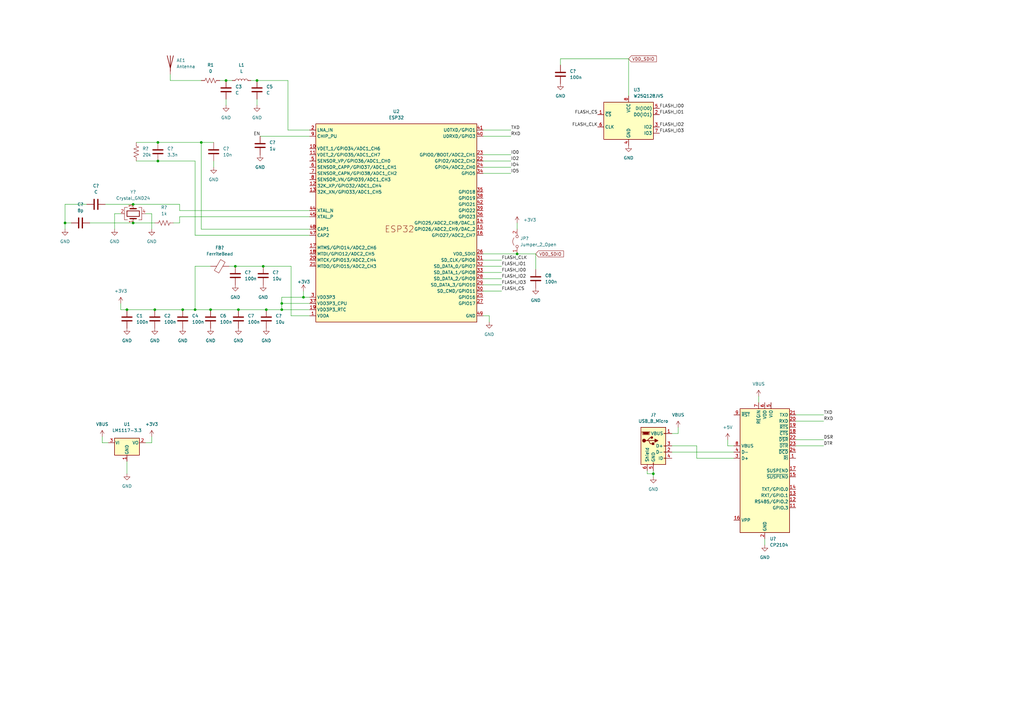
<source format=kicad_sch>
(kicad_sch (version 20211123) (generator eeschema)
  (paper "A3")
  (lib_symbols
    (symbol "Connector:USB_B_Micro" (pin_names (offset 1.016))
      (property "Reference" "J" (at -5.08 11.43 0))
      (property "Value" "USB_B_Micro" (at -5.08 8.89 0))
      (symbol "USB_B_Micro_0_1"
        (rectangle (start -5.08 -7.62) (end 5.08 7.62) (stroke (width 0.254)) (fill (type background)))
        (circle (center -3.81 2.159) (radius 0.635) (stroke (width 0.254)) (fill (type outline)))
        (circle (center -0.635 3.429) (radius 0.381) (stroke (width 0.254)) (fill (type outline)))
        (rectangle (start -0.127 -7.62) (end 0.127 -6.858))
        (polyline (pts (xy -1.905 2.159) (xy 0.635 2.159)) (stroke (width 0.254)))
        (polyline (pts (xy -3.175 2.159) (xy -2.54 2.159) (xy -1.27 3.429) (xy -0.635 3.429)) (stroke (width 0.254)))
        (polyline (pts (xy -2.54 2.159) (xy -1.905 2.159) (xy -1.27 0.889) (xy 0 0.889)) (stroke (width 0.254)))
        (polyline (pts (xy 0.635 2.794) (xy 0.635 1.524) (xy 1.905 2.159) (xy 0.635 2.794)) (stroke (width 0.254)) (fill (type outline)))
        (polyline (pts (xy -4.318 5.588) (xy -1.778 5.588) (xy -2.032 4.826) (xy -4.064 4.826) (xy -4.318 5.588)) (fill (type outline)))
        (polyline (pts (xy -4.699 5.842) (xy -4.699 5.588) (xy -4.445 4.826) (xy -4.445 4.572) (xy -1.651 4.572) (xy -1.651 4.826) (xy -1.397 5.588) (xy -1.397 5.842) (xy -4.699 5.842)))
        (rectangle (start 0.254 1.27) (end -0.508 0.508) (stroke (width 0.254)) (fill (type outline)))
        (rectangle (start 5.08 -5.207) (end 4.318 -4.953))
        (rectangle (start 5.08 -2.667) (end 4.318 -2.413))
        (rectangle (start 5.08 -0.127) (end 4.318 0.127))
        (rectangle (start 5.08 4.953) (end 4.318 5.207))
      )
      (symbol "USB_B_Micro_1_1"
        (pin power_out line (at 7.62 5.08 180) (length 2.54) (name "VBUS") (number "1"))
        (pin bidirectional line (at 7.62 -2.54 180) (length 2.54) (name "D-") (number "2"))
        (pin bidirectional line (at 7.62 0 180) (length 2.54) (name "D+") (number "3"))
        (pin passive line (at 7.62 -5.08 180) (length 2.54) (name "ID") (number "4"))
        (pin power_out line (at 0 -10.16 90) (length 2.54) (name "GND") (number "5"))
        (pin passive line (at -2.54 -10.16 90) (length 2.54) (name "Shield") (number "6"))
      )
    )
    (symbol "Device:Antenna" (pin_numbers hide) (pin_names (offset 1.016) hide)
      (property "Reference" "AE" (at -1.905 1.905 0))
      (property "Value" "Antenna" (at -1.905 0 0))
      (symbol "Antenna_0_1"
        (polyline (pts (xy 0 2.54) (xy 0 -3.81)) (stroke (width 0.254)))
        (polyline (pts (xy 1.27 2.54) (xy 0 -2.54) (xy -1.27 2.54)) (stroke (width 0.254)))
      )
      (symbol "Antenna_1_1"
        (pin input line (at 0 -5.08 90) (length 2.54) (name "A") (number "1"))
      )
    )
    (symbol "Device:C" (pin_numbers hide) (pin_names (offset 0.254))
      (property "Reference" "C" (at 0.635 2.54 0))
      (property "Value" "C" (at 0.635 -2.54 0))
      (symbol "C_0_1"
        (polyline (pts (xy -2.032 -0.762) (xy 2.032 -0.762)) (stroke (width 0.508)))
        (polyline (pts (xy -2.032 0.762) (xy 2.032 0.762)) (stroke (width 0.508)))
      )
      (symbol "C_1_1"
        (pin passive line (at 0 3.81 270) (length 2.794) (name "~") (number "1"))
        (pin passive line (at 0 -3.81 90) (length 2.794) (name "~") (number "2"))
      )
    )
    (symbol "Device:Crystal_GND24" (pin_names (offset 1.016) hide)
      (property "Reference" "Y" (at 3.175 5.08 0))
      (property "Value" "Crystal_GND24" (at 3.175 3.175 0))
      (symbol "Crystal_GND24_0_1"
        (rectangle (start -1.143 2.54) (end 1.143 -2.54) (stroke (width 0.3048)))
        (polyline (pts (xy -2.54 0) (xy -2.032 0)))
        (polyline (pts (xy -2.032 -1.27) (xy -2.032 1.27)) (stroke (width 0.508)))
        (polyline (pts (xy 0 -3.81) (xy 0 -3.556)))
        (polyline (pts (xy 0 3.556) (xy 0 3.81)))
        (polyline (pts (xy 2.032 -1.27) (xy 2.032 1.27)) (stroke (width 0.508)))
        (polyline (pts (xy 2.032 0) (xy 2.54 0)))
        (polyline (pts (xy -2.54 -2.286) (xy -2.54 -3.556) (xy 2.54 -3.556) (xy 2.54 -2.286)))
        (polyline (pts (xy -2.54 2.286) (xy -2.54 3.556) (xy 2.54 3.556) (xy 2.54 2.286)))
      )
      (symbol "Crystal_GND24_1_1"
        (pin passive line (at -3.81 0 0) (length 1.27) (name "1") (number "1"))
        (pin passive line (at 0 5.08 270) (length 1.27) (name "2") (number "2"))
        (pin passive line (at 3.81 0 180) (length 1.27) (name "3") (number "3"))
        (pin passive line (at 0 -5.08 90) (length 1.27) (name "4") (number "4"))
      )
    )
    (symbol "Device:FerriteBead" (pin_numbers hide) (pin_names (offset 0))
      (property "Reference" "FB" (at -3.81 0.635 90))
      (property "Value" "FerriteBead" (at 3.81 0 90))
      (symbol "FerriteBead_0_1"
        (polyline (pts (xy 0 -1.27) (xy 0 -1.2192)))
        (polyline (pts (xy 0 1.27) (xy 0 1.2954)))
        (polyline (pts (xy -2.7686 0.4064) (xy -1.7018 2.2606) (xy 2.7686 -0.3048) (xy 1.6764 -2.159) (xy -2.7686 0.4064)))
      )
      (symbol "FerriteBead_1_1"
        (pin passive line (at 0 3.81 270) (length 2.54) (name "~") (number "1"))
        (pin passive line (at 0 -3.81 90) (length 2.54) (name "~") (number "2"))
      )
    )
    (symbol "Device:L" (pin_numbers hide) (pin_names (offset 1.016) hide)
      (property "Reference" "L" (at -1.27 0 90))
      (property "Value" "L" (at 1.905 0 90))
      (symbol "L_0_1"
        (arc (start 0 -2.54) (mid 0.635 -1.905) (end 0 -1.27))
        (arc (start 0 -1.27) (mid 0.635 -0.635) (end 0 0))
        (arc (start 0 0) (mid 0.635 0.635) (end 0 1.27))
        (arc (start 0 1.27) (mid 0.635 1.905) (end 0 2.54))
      )
      (symbol "L_1_1"
        (pin passive line (at 0 3.81 270) (length 1.27) (name "1") (number "1"))
        (pin passive line (at 0 -3.81 90) (length 1.27) (name "2") (number "2"))
      )
    )
    (symbol "Device:R_US" (pin_numbers hide) (pin_names (offset 0))
      (property "Reference" "R" (at 2.54 0 90))
      (property "Value" "R_US" (at -2.54 0 90))
      (symbol "R_US_0_1"
        (polyline (pts (xy 0 -2.286) (xy 0 -2.54)))
        (polyline (pts (xy 0 2.286) (xy 0 2.54)))
        (polyline (pts (xy 0 -0.762) (xy 1.016 -1.143) (xy 0 -1.524) (xy -1.016 -1.905) (xy 0 -2.286)))
        (polyline (pts (xy 0 0.762) (xy 1.016 0.381) (xy 0 0) (xy -1.016 -0.381) (xy 0 -0.762)))
        (polyline (pts (xy 0 2.286) (xy 1.016 1.905) (xy 0 1.524) (xy -1.016 1.143) (xy 0 0.762)))
      )
      (symbol "R_US_1_1"
        (pin passive line (at 0 3.81 270) (length 1.27) (name "~") (number "1"))
        (pin passive line (at 0 -3.81 90) (length 1.27) (name "~") (number "2"))
      )
    )
    (symbol "ESP32-Repo:ESP32"
      (property "Reference" "U" (at -33.02 45.72 0))
      (property "Value" "ESP32" (at -33.02 43.18 0))
      (symbol "ESP32_0_0"
        (text "ESP32" (at 1.27 -2.54 0) (effects (font (size 2.54 2.54))))
      )
      (symbol "ESP32_0_1"
        (rectangle (start -33.02 40.64) (end 33.02 -40.64) (stroke (width 0.254)) (fill (type background)))
      )
      (symbol "ESP32_1_1"
        (pin power_in line (at -35.56 -38.1 0) (length 2.54) (name "VDDA") (number "1"))
        (pin input line (at -35.56 30.48 0) (length 2.54) (name "VDET_1/GPIO34/ADC1_CH6") (number "10"))
        (pin input line (at -35.56 27.94 0) (length 2.54) (name "VDET_2/GPIO35/ADC1_CH7") (number "11"))
        (pin bidirectional line (at -35.56 15.24 0) (length 2.54) (name "32K_XP/GPIO32/ADC1_CH4") (number "12"))
        (pin bidirectional line (at -35.56 12.7 0) (length 2.54) (name "32K_XN/GPIO33/ADC1_CH5") (number "13"))
        (pin bidirectional line (at 35.56 0 180) (length 2.54) (name "GPIO25/ADC2_CH8/DAC_1") (number "14"))
        (pin bidirectional line (at 35.56 -2.54 180) (length 2.54) (name "GPIO26/ADC2_CH9/DAC_2") (number "15"))
        (pin bidirectional line (at 35.56 -5.08 180) (length 2.54) (name "GPIO27/ADC2_CH7") (number "16"))
        (pin bidirectional line (at -35.56 -10.16 0) (length 2.54) (name "MTMS/GPIO14/ADC2_CH6") (number "17"))
        (pin bidirectional line (at -35.56 -12.7 0) (length 2.54) (name "MTDI/GPIO12/ADC2_CH5") (number "18"))
        (pin power_in line (at -35.56 -35.56 0) (length 2.54) (name "VDD3P3_RTC") (number "19"))
        (pin bidirectional line (at -35.56 38.1 0) (length 2.54) (name "LNA_IN") (number "2"))
        (pin bidirectional line (at -35.56 -15.24 0) (length 2.54) (name "MTCK/GPIO13/ADC2_CH4") (number "20"))
        (pin bidirectional line (at -35.56 -17.78 0) (length 2.54) (name "MTDO/GPIO15/ADC2_CH3") (number "21"))
        (pin bidirectional line (at 35.56 25.4 180) (length 2.54) (name "GPIO2/ADC2_CH2") (number "22"))
        (pin bidirectional line (at 35.56 27.94 180) (length 2.54) (name "GPIO0/BOOT/ADC2_CH1") (number "23"))
        (pin bidirectional line (at 35.56 22.86 180) (length 2.54) (name "GPIO4/ADC2_CH0") (number "24"))
        (pin bidirectional line (at 35.56 -30.48 180) (length 2.54) (name "GPIO16") (number "25"))
        (pin power_out line (at 35.56 -12.7 180) (length 2.54) (name "VDD_SDIO") (number "26"))
        (pin bidirectional line (at 35.56 -33.02 180) (length 2.54) (name "GPIO17") (number "27"))
        (pin bidirectional line (at 35.56 -22.86 180) (length 2.54) (name "SD_DATA_2/GPIO9") (number "28"))
        (pin bidirectional line (at 35.56 -25.4 180) (length 2.54) (name "SD_DATA_3/GPIO10") (number "29"))
        (pin power_in line (at -35.56 -30.48 0) (length 2.54) (name "VDD3P3") (number "3"))
        (pin bidirectional line (at 35.56 -27.94 180) (length 2.54) (name "SD_CMD/GPIO11") (number "30"))
        (pin bidirectional line (at 35.56 -15.24 180) (length 2.54) (name "SD_CLK/GPIO6") (number "31"))
        (pin bidirectional line (at 35.56 -17.78 180) (length 2.54) (name "SD_DATA_0/GPIO7") (number "32"))
        (pin bidirectional line (at 35.56 -20.32 180) (length 2.54) (name "SD_DATA_1/GPIO8") (number "33"))
        (pin bidirectional line (at 35.56 20.32 180) (length 2.54) (name "GPIO5") (number "34"))
        (pin bidirectional line (at 35.56 12.7 180) (length 2.54) (name "GPIO18") (number "35"))
        (pin bidirectional line (at 35.56 2.54 180) (length 2.54) (name "GPIO23") (number "36"))
        (pin power_in line (at -35.56 -33.02 0) (length 2.54) (name "VDD3P3_CPU") (number "37"))
        (pin bidirectional line (at 35.56 10.16 180) (length 2.54) (name "GPIO19") (number "38"))
        (pin bidirectional line (at 35.56 5.08 180) (length 2.54) (name "GPIO22") (number "39"))
        (pin passive line (at -35.56 -30.48 0) (length 2.54) hide (name "VDD3P3") (number "4"))
        (pin bidirectional line (at 35.56 35.56 180) (length 2.54) (name "U0RXD/GPIO3") (number "40"))
        (pin bidirectional line (at 35.56 38.1 180) (length 2.54) (name "U0TXD/GPIO1") (number "41"))
        (pin bidirectional line (at 35.56 7.62 180) (length 2.54) (name "GPIO21") (number "42"))
        (pin passive line (at -35.56 -38.1 0) (length 2.54) hide (name "VDDA") (number "43"))
        (pin output line (at -35.56 5.08 0) (length 2.54) (name "XTAL_N") (number "44"))
        (pin input line (at -35.56 2.54 0) (length 2.54) (name "XTAL_P") (number "45"))
        (pin passive line (at -35.56 -38.1 0) (length 2.54) hide (name "VDDA") (number "46"))
        (pin input line (at -35.56 -5.08 0) (length 2.54) (name "CAP2") (number "47"))
        (pin input line (at -35.56 -2.54 0) (length 2.54) (name "CAP1") (number "48"))
        (pin power_in line (at 35.56 -38.1 180) (length 2.54) (name "GND") (number "49"))
        (pin input line (at -35.56 25.4 0) (length 2.54) (name "SENSOR_VP/GPIO36/ADC1_CH0") (number "5"))
        (pin input line (at -35.56 22.86 0) (length 2.54) (name "SENSOR_CAPP/GPIO37/ADC1_CH1") (number "6"))
        (pin input line (at -35.56 20.32 0) (length 2.54) (name "SENSOR_CAPN/GPIO38/ADC1_CH2") (number "7"))
        (pin input line (at -35.56 17.78 0) (length 2.54) (name "SENSOR_VN/GPIO39/ADC1_CH3") (number "8"))
        (pin input line (at -35.56 35.56 0) (length 2.54) (name "CHIP_PU") (number "9"))
      )
    )
    (symbol "Interface_USB:CP2104"
      (property "Reference" "U" (at -5.08 28.575 0))
      (property "Value" "CP2104" (at -5.08 26.67 0))
      (symbol "CP2104_1_1"
        (rectangle (start -10.16 25.4) (end 10.16 -25.4) (stroke (width 0.254)) (fill (type background)))
        (pin input line (at 12.7 5.08 180) (length 2.54) (name "~{RI}") (number "1"))
        (pin no_connect line (at 10.16 -20.32 180) (length 2.54) hide (name "NC") (number "10"))
        (pin bidirectional line (at 12.7 -15.24 180) (length 2.54) (name "GPIO.3") (number "11"))
        (pin bidirectional line (at 12.7 -12.7 180) (length 2.54) (name "RS485/GPIO.2") (number "12"))
        (pin bidirectional line (at 12.7 -10.16 180) (length 2.54) (name "RXT/GPIO.1") (number "13"))
        (pin bidirectional line (at 12.7 -7.62 180) (length 2.54) (name "TXT/GPIO.0") (number "14"))
        (pin output line (at 12.7 -2.54 180) (length 2.54) (name "~{SUSPEND}") (number "15"))
        (pin passive line (at -12.7 -20.32 0) (length 2.54) (name "VPP") (number "16"))
        (pin output line (at 12.7 0 180) (length 2.54) (name "SUSPEND") (number "17"))
        (pin input line (at 12.7 15.24 180) (length 2.54) (name "~{CTS}") (number "18"))
        (pin output line (at 12.7 17.78 180) (length 2.54) (name "~{RTS}") (number "19"))
        (pin power_in line (at 0 -27.94 90) (length 2.54) (name "GND") (number "2"))
        (pin input line (at 12.7 20.32 180) (length 2.54) (name "RXD") (number "20"))
        (pin output line (at 12.7 22.86 180) (length 2.54) (name "TXD") (number "21"))
        (pin input line (at 12.7 12.7 180) (length 2.54) (name "~{DSR}") (number "22"))
        (pin output line (at 12.7 10.16 180) (length 2.54) (name "~{DTR}") (number "23"))
        (pin input line (at 12.7 7.62 180) (length 2.54) (name "~{DCD}") (number "24"))
        (pin passive line (at 0 -27.94 90) (length 2.54) hide (name "GND") (number "25"))
        (pin bidirectional line (at -12.7 5.08 0) (length 2.54) (name "D+") (number "3"))
        (pin bidirectional line (at -12.7 7.62 0) (length 2.54) (name "D-") (number "4"))
        (pin power_in line (at 2.54 27.94 270) (length 2.54) (name "VIO") (number "5"))
        (pin power_in line (at 0 27.94 270) (length 2.54) (name "VDD") (number "6"))
        (pin power_in line (at -2.54 27.94 270) (length 2.54) (name "REGIN") (number "7"))
        (pin input line (at -12.7 10.16 0) (length 2.54) (name "VBUS") (number "8"))
        (pin bidirectional line (at -12.7 22.86 0) (length 2.54) (name "~{RST}") (number "9"))
      )
    )
    (symbol "Jumper:Jumper_2_Open" (pin_names (offset 0) hide)
      (property "Reference" "JP" (at 0 2.794 0))
      (property "Value" "Jumper_2_Open" (at 0 -2.286 0))
      (symbol "Jumper_2_Open_0_0"
        (circle (center -2.032 0) (radius 0.508))
        (circle (center 2.032 0) (radius 0.508))
      )
      (symbol "Jumper_2_Open_0_1"
        (arc (start 1.524 1.27) (mid 0 1.778) (end -1.524 1.27))
      )
      (symbol "Jumper_2_Open_1_1"
        (pin passive line (at -5.08 0 0) (length 2.54) (name "A") (number "1"))
        (pin passive line (at 5.08 0 180) (length 2.54) (name "B") (number "2"))
      )
    )
    (symbol "Memory_Flash:W25Q128JVS"
      (property "Reference" "U" (at -8.89 8.89 0))
      (property "Value" "W25Q128JVS" (at 7.62 8.89 0))
      (symbol "W25Q128JVS_0_1"
        (rectangle (start -10.16 7.62) (end 10.16 -7.62) (stroke (width 0.254)) (fill (type background)))
      )
      (symbol "W25Q128JVS_1_1"
        (pin input line (at -12.7 2.54 0) (length 2.54) (name "~{CS}") (number "1"))
        (pin bidirectional line (at 12.7 2.54 180) (length 2.54) (name "DO(IO1)") (number "2"))
        (pin bidirectional line (at 12.7 -2.54 180) (length 2.54) (name "IO2") (number "3"))
        (pin power_in line (at 0 -10.16 90) (length 2.54) (name "GND") (number "4"))
        (pin bidirectional line (at 12.7 5.08 180) (length 2.54) (name "DI(IO0)") (number "5"))
        (pin input line (at -12.7 -2.54 0) (length 2.54) (name "CLK") (number "6"))
        (pin bidirectional line (at 12.7 -5.08 180) (length 2.54) (name "IO3") (number "7"))
        (pin power_in line (at 0 10.16 270) (length 2.54) (name "VCC") (number "8"))
      )
    )
    (symbol "Regulator_Linear:LM1117-3.3" (pin_names (offset 0.254))
      (property "Reference" "U" (at -3.81 3.175 0))
      (property "Value" "LM1117-3.3" (at 0 3.175 0))
      (symbol "LM1117-3.3_0_1"
        (rectangle (start -5.08 -5.08) (end 5.08 1.905) (stroke (width 0.254)) (fill (type background)))
      )
      (symbol "LM1117-3.3_1_1"
        (pin power_in line (at 0 -7.62 90) (length 2.54) (name "GND") (number "1"))
        (pin power_out line (at 7.62 0 180) (length 2.54) (name "VO") (number "2"))
        (pin power_in line (at -7.62 0 0) (length 2.54) (name "VI") (number "3"))
      )
    )
    (symbol "power:+3V3" (power) (pin_names (offset 0))
      (property "Value" "+3V3" (at 0 3.556 0))
      (symbol "+3V3_0_1"
        (polyline (pts (xy -0.762 1.27) (xy 0 2.54)))
        (polyline (pts (xy 0 0) (xy 0 2.54)))
        (polyline (pts (xy 0 2.54) (xy 0.762 1.27)))
      )
      (symbol "+3V3_1_1"
        (pin power_in line (at 0 0 90) (length 0) hide (name "+3V3") (number "1"))
      )
    )
    (symbol "power:+5V" (power) (pin_names (offset 0))
      (property "Value" "+5V" (at 0 3.556 0))
      (symbol "+5V_0_1"
        (polyline (pts (xy -0.762 1.27) (xy 0 2.54)))
        (polyline (pts (xy 0 0) (xy 0 2.54)))
        (polyline (pts (xy 0 2.54) (xy 0.762 1.27)))
      )
      (symbol "+5V_1_1"
        (pin power_in line (at 0 0 90) (length 0) hide (name "+5V") (number "1"))
      )
    )
    (symbol "power:GND" (power) (pin_names (offset 0))
      (property "Value" "GND" (at 0 -3.81 0))
      (symbol "GND_0_1"
        (polyline (pts (xy 0 0) (xy 0 -1.27) (xy 1.27 -1.27) (xy 0 -2.54) (xy -1.27 -1.27) (xy 0 -1.27)))
      )
      (symbol "GND_1_1"
        (pin power_in line (at 0 0 270) (length 0) hide (name "GND") (number "1"))
      )
    )
    (symbol "power:VBUS" (power) (pin_names (offset 0))
      (property "Value" "VBUS" (at 0 3.81 0))
      (symbol "VBUS_0_1"
        (polyline (pts (xy -0.762 1.27) (xy 0 2.54)))
        (polyline (pts (xy 0 0) (xy 0 2.54)))
        (polyline (pts (xy 0 2.54) (xy 0.762 1.27)))
      )
      (symbol "VBUS_1_1"
        (pin power_in line (at 0 0 90) (length 0) hide (name "VBUS") (number "1"))
      )
    )
  )
  (junction (at 54.61 83.82))
  (junction (at 124.46 121.92))
  (junction (at 115.57 124.46))
  (junction (at 107.95 109.22))
  (junction (at 96.52 109.22))
  (junction (at 54.61 91.44))
  (junction (at 267.97 194.31))
  (junction (at 92.71 33.02))
  (junction (at 80.01 127))
  (junction (at 105.41 33.02))
  (junction (at 64.77 58.42))
  (junction (at 82.55 58.42))
  (junction (at 97.79 127))
  (junction (at 26.67 91.44))
  (junction (at 63.5 127))
  (junction (at 74.93 127))
  (junction (at 64.77 66.04))
  (junction (at 86.36 127))
  (junction (at 115.57 127))
  (junction (at 212.09 104.14))
  (junction (at 52.07 127))
  (junction (at 109.22 127))
  (wire (pts (xy 71.12 91.44) (xy 73.66 91.44)))
  (wire (pts (xy 73.66 86.36) (xy 73.66 83.82)))
  (wire (pts (xy 115.57 121.92) (xy 115.57 124.46)))
  (wire (pts (xy 73.66 91.44) (xy 73.66 88.9)))
  (wire (pts (xy 46.99 87.63) (xy 46.99 93.98)))
  (wire (pts (xy 205.74 116.84) (xy 198.12 116.84)))
  (wire (pts (xy 127 53.34) (xy 118.11 53.34)))
  (wire (pts (xy 119.38 129.54) (xy 119.38 109.22)))
  (wire (pts (xy 205.74 114.3) (xy 198.12 114.3)))
  (wire (pts (xy 26.67 93.98) (xy 26.67 91.44)))
  (wire (pts (xy 298.45 182.88) (xy 300.99 182.88)))
  (wire (pts (xy 106.68 55.88) (xy 127 55.88)))
  (wire (pts (xy 209.55 66.04) (xy 198.12 66.04)))
  (wire (pts (xy 337.82 170.18) (xy 326.39 170.18)))
  (wire (pts (xy 200.66 129.54) (xy 198.12 129.54)))
  (wire (pts (xy 212.09 91.44) (xy 212.09 93.98)))
  (wire (pts (xy 337.82 182.88) (xy 326.39 182.88)))
  (wire (pts (xy 127 96.52) (xy 80.01 96.52)))
  (wire (pts (xy 80.01 96.52) (xy 80.01 66.04)))
  (wire (pts (xy 209.55 53.34) (xy 198.12 53.34)))
  (wire (pts (xy 209.55 55.88) (xy 198.12 55.88)))
  (wire (pts (xy 54.61 91.44) (xy 63.5 91.44)))
  (wire (pts (xy 209.55 71.12) (xy 198.12 71.12)))
  (wire (pts (xy 278.13 175.26) (xy 278.13 177.8)))
  (wire (pts (xy 26.67 83.82) (xy 26.67 91.44)))
  (wire (pts (xy 49.53 127) (xy 52.07 127)))
  (wire (pts (xy 200.66 132.08) (xy 200.66 129.54)))
  (wire (pts (xy 285.75 187.96) (xy 300.99 187.96)))
  (wire (pts (xy 35.56 83.82) (xy 26.67 83.82)))
  (wire (pts (xy 82.55 93.98) (xy 82.55 58.42)))
  (wire (pts (xy 209.55 68.58) (xy 198.12 68.58)))
  (wire (pts (xy 87.63 68.58) (xy 87.63 66.04)))
  (wire (pts (xy 265.43 193.04) (xy 265.43 194.31)))
  (wire (pts (xy 73.66 88.9) (xy 127 88.9)))
  (wire (pts (xy 62.23 179.07) (xy 62.23 181.61)))
  (wire (pts (xy 119.38 129.54) (xy 127 129.54)))
  (wire (pts (xy 267.97 194.31) (xy 267.97 195.58)))
  (wire (pts (xy 62.23 181.61) (xy 59.69 181.61)))
  (wire (pts (xy 102.87 33.02) (xy 105.41 33.02)))
  (wire (pts (xy 80.01 127) (xy 86.36 127)))
  (wire (pts (xy 285.75 182.88) (xy 285.75 187.96)))
  (wire (pts (xy 337.82 180.34) (xy 326.39 180.34)))
  (wire (pts (xy 64.77 58.42) (xy 82.55 58.42)))
  (wire (pts (xy 62.23 93.98) (xy 62.23 87.63)))
  (wire (pts (xy 64.77 66.04) (xy 80.01 66.04)))
  (wire (pts (xy 205.74 109.22) (xy 198.12 109.22)))
  (wire (pts (xy 69.85 33.02) (xy 82.55 33.02)))
  (wire (pts (xy 97.79 127) (xy 109.22 127)))
  (wire (pts (xy 205.74 111.76) (xy 198.12 111.76)))
  (wire (pts (xy 41.91 179.07) (xy 41.91 181.61)))
  (wire (pts (xy 69.85 30.48) (xy 69.85 33.02)))
  (wire (pts (xy 52.07 127) (xy 63.5 127)))
  (wire (pts (xy 337.82 172.72) (xy 326.39 172.72)))
  (wire (pts (xy 105.41 33.02) (xy 118.11 33.02)))
  (wire (pts (xy 86.36 127) (xy 97.79 127)))
  (wire (pts (xy 73.66 83.82) (xy 54.61 83.82)))
  (wire (pts (xy 63.5 127) (xy 74.93 127)))
  (wire (pts (xy 41.91 181.61) (xy 44.45 181.61)))
  (wire (pts (xy 49.53 124.46) (xy 49.53 127)))
  (wire (pts (xy 127 93.98) (xy 82.55 93.98)))
  (wire (pts (xy 124.46 121.92) (xy 127 121.92)))
  (wire (pts (xy 205.74 106.68) (xy 198.12 106.68)))
  (wire (pts (xy 74.93 127) (xy 80.01 127)))
  (wire (pts (xy 52.07 189.23) (xy 52.07 194.31)))
  (wire (pts (xy 229.87 26.67) (xy 229.87 24.13)))
  (wire (pts (xy 298.45 180.34) (xy 298.45 182.88)))
  (wire (pts (xy 96.52 109.22) (xy 107.95 109.22)))
  (wire (pts (xy 219.71 104.14) (xy 219.71 110.49)))
  (wire (pts (xy 82.55 58.42) (xy 87.63 58.42)))
  (wire (pts (xy 26.67 91.44) (xy 29.21 91.44)))
  (wire (pts (xy 278.13 177.8) (xy 275.59 177.8)))
  (wire (pts (xy 265.43 194.31) (xy 267.97 194.31)))
  (wire (pts (xy 115.57 124.46) (xy 127 124.46)))
  (wire (pts (xy 313.69 220.98) (xy 313.69 223.52)))
  (wire (pts (xy 209.55 63.5) (xy 198.12 63.5)))
  (wire (pts (xy 55.88 58.42) (xy 64.77 58.42)))
  (wire (pts (xy 229.87 24.13) (xy 257.81 24.13)))
  (wire (pts (xy 49.53 87.63) (xy 46.99 87.63)))
  (wire (pts (xy 55.88 66.04) (xy 64.77 66.04)))
  (wire (pts (xy 311.15 162.56) (xy 311.15 165.1)))
  (wire (pts (xy 93.98 109.22) (xy 96.52 109.22)))
  (wire (pts (xy 109.22 127) (xy 115.57 127)))
  (wire (pts (xy 275.59 182.88) (xy 285.75 182.88)))
  (wire (pts (xy 257.81 24.13) (xy 257.81 39.37)))
  (wire (pts (xy 90.17 33.02) (xy 92.71 33.02)))
  (wire (pts (xy 86.36 109.22) (xy 80.01 109.22)))
  (wire (pts (xy 115.57 124.46) (xy 115.57 127)))
  (wire (pts (xy 80.01 109.22) (xy 80.01 127)))
  (wire (pts (xy 198.12 104.14) (xy 212.09 104.14)))
  (wire (pts (xy 107.95 109.22) (xy 119.38 109.22)))
  (wire (pts (xy 105.41 40.64) (xy 105.41 43.18)))
  (wire (pts (xy 115.57 121.92) (xy 124.46 121.92)))
  (wire (pts (xy 92.71 33.02) (xy 95.25 33.02)))
  (wire (pts (xy 212.09 104.14) (xy 219.71 104.14)))
  (wire (pts (xy 115.57 127) (xy 127 127)))
  (wire (pts (xy 73.66 86.36) (xy 127 86.36)))
  (wire (pts (xy 118.11 53.34) (xy 118.11 33.02)))
  (wire (pts (xy 36.83 91.44) (xy 54.61 91.44)))
  (wire (pts (xy 205.74 119.38) (xy 198.12 119.38)))
  (wire (pts (xy 267.97 193.04) (xy 267.97 194.31)))
  (wire (pts (xy 124.46 119.38) (xy 124.46 121.92)))
  (wire (pts (xy 62.23 87.63) (xy 59.69 87.63)))
  (wire (pts (xy 275.59 185.42) (xy 300.99 185.42)))
  (wire (pts (xy 43.18 83.82) (xy 54.61 83.82)))
  (wire (pts (xy 92.71 40.64) (xy 92.71 43.18)))
  (label "FLASH_CLK" (at 205.74 106.68 0))
  (label "FLASH_CS" (at 205.74 119.38 0))
  (label "TXD" (at 209.55 53.34 0))
  (label "EN" (at 106.68 55.88 180))
  (label "IO5" (at 209.55 71.12 0))
  (label "FLASH_CLK" (at 245.11 52.07 180))
  (label "FLASH_IO3" (at 270.51 54.61 0))
  (label "IO0" (at 209.55 63.5 0))
  (label "FLASH_IO1" (at 270.51 46.99 0))
  (label "TXD" (at 337.82 170.18 0))
  (label "FLASH_IO2" (at 270.51 52.07 0))
  (label "FLASH_IO3" (at 205.74 116.84 0))
  (label "IO2" (at 209.55 66.04 0))
  (label "FLASH_IO0" (at 270.51 44.45 0))
  (label "FLASH_IO2" (at 205.74 114.3 0))
  (label "FLASH_IO1" (at 205.74 109.22 0))
  (label "RXD" (at 209.55 55.88 0))
  (label "IO4" (at 209.55 68.58 0))
  (label "FLASH_IO0" (at 205.74 111.76 0))
  (label "DTR" (at 337.82 182.88 0))
  (label "RXD" (at 337.82 172.72 0))
  (label "DSR" (at 337.82 180.34 0))
  (label "FLASH_CS" (at 245.11 46.99 180))
  (global_label "VDD_SDIO" (shape input) (at 257.81 24.13 0) (property "Intersheet References" "${INTERSHEET_REFS}" (effects hide)))
  (global_label "VDD_SDIO" (shape input) (at 219.71 104.14 0) (property "Intersheet References" "${INTERSHEET_REFS}" (effects hide)))
  (symbol (lib_id "power:GND") (at 106.68 63.5 0) (unit 1)
    (property "Reference" "#PWR?" (effects hide))
    (property "Value" "GND" (at 106.68 68.58 0))
  )
  (symbol (lib_id "ESP32-Repo:ESP32") (at 162.56 91.44 0) (unit 1)
    (property "Reference" "U2" (at 162.56 45.72 0))
    (property "Value" "ESP32" (at 162.56 48.26 0))
    (property "Footprint" "Package_DFN_QFN:QFN-48-1EP_5x5mm_P0.35mm_EP3.7x3.7mm" (effects hide))
    (property "Datasheet" "https://www.espressif.com/sites/default/files/documentation/esp32_datasheet_en.pdf" (effects hide))
    (property "MPN" "ESP32-D0WD-V3" (effects hide))
  )
  (symbol (lib_id "Jumper:Jumper_2_Open") (at 212.09 99.06 90) (unit 1)
    (property "Reference" "JP?" (at 213.36 97.7899 90) (effects (justify right)))
    (property "Value" "Jumper_2_Open" (at 213.36 100.3299 90) (effects (justify right)))
    (property "Footprint" "Jumper:SolderJumper-2_P1.3mm_Open_RoundedPad1.0x1.5mm" (effects hide))
  )
  (symbol (lib_id "power:+3V3") (at 124.46 119.38 0) (unit 1)
    (property "Reference" "#PWR0110" (effects hide))
    (property "Value" "+3V3" (at 121.92 115.57 0) (effects (justify left)))
  )
  (symbol (lib_id "power:GND") (at 313.69 223.52 0) (unit 1)
    (property "Reference" "#PWR?" (effects hide))
    (property "Value" "GND" (at 313.69 228.6 0))
  )
  (symbol (lib_id "power:+3V3") (at 62.23 179.07 0) (unit 1)
    (property "Reference" "#PWR0108" (effects hide))
    (property "Value" "+3V3" (at 62.23 173.99 0))
  )
  (symbol (lib_id "power:GND") (at 86.36 134.62 0) (unit 1)
    (property "Reference" "#PWR0105" (effects hide))
    (property "Value" "GND" (at 86.36 139.7 0))
  )
  (symbol (lib_id "power:VBUS") (at 41.91 179.07 0) (unit 1)
    (property "Reference" "#PWR0107" (effects hide))
    (property "Value" "VBUS" (at 41.91 173.99 0))
  )
  (symbol (lib_id "Device:C") (at 229.87 30.48 0) (unit 1)
    (property "Reference" "C?" (at 233.68 29.2099 0) (effects (justify left)))
    (property "Value" "100n" (at 233.68 31.7499 0) (effects (justify left)))
    (property "Footprint" "Capacitor_SMD:C_0805_2012Metric" (effects hide))
  )
  (symbol (lib_id "power:GND") (at 62.23 93.98 0) (unit 1)
    (property "Reference" "#PWR?" (effects hide))
    (property "Value" "GND" (at 62.23 99.06 0))
  )
  (symbol (lib_id "Memory_Flash:W25Q128JVS") (at 257.81 49.53 0) (unit 1)
    (property "Reference" "U3" (at 259.8294 36.83 0) (effects (justify left)))
    (property "Value" "W25Q128JVS" (at 259.8294 39.37 0) (effects (justify left)))
    (property "Footprint" "Package_SO:SOIC-8_5.23x5.23mm_P1.27mm" (effects hide))
    (property "Datasheet" "http://www.winbond.com/resource-files/w25q128jv_dtr%20revc%2003272018%20plus.pdf" (effects hide))
    (property "MPN" "W25Q128JVSIQ" (effects hide))
  )
  (symbol (lib_id "power:GND") (at 219.71 118.11 0) (unit 1)
    (property "Reference" "#PWR0115" (effects hide))
    (property "Value" "GND" (at 219.71 123.19 0))
  )
  (symbol (lib_id "Device:L") (at 99.06 33.02 90) (unit 1)
    (property "Reference" "L1" (at 99.06 26.67 90))
    (property "Value" "L" (at 99.06 29.21 90))
  )
  (symbol (lib_id "Device:C") (at 219.71 114.3 0) (unit 1)
    (property "Reference" "C8" (at 223.52 113.0299 0) (effects (justify left)))
    (property "Value" "100n" (at 223.52 115.5699 0) (effects (justify left)))
    (property "Footprint" "Capacitor_SMD:C_0805_2012Metric" (effects hide))
  )
  (symbol (lib_id "Device:C") (at 105.41 36.83 0) (unit 1)
    (property "Reference" "C5" (at 109.22 35.5599 0) (effects (justify left)))
    (property "Value" "C" (at 109.22 38.0999 0) (effects (justify left)))
  )
  (symbol (lib_id "power:GND") (at 63.5 134.62 0) (unit 1)
    (property "Reference" "#PWR0102" (effects hide))
    (property "Value" "GND" (at 63.5 139.7 0))
  )
  (symbol (lib_id "power:GND") (at 107.95 116.84 0) (unit 1)
    (property "Reference" "#PWR?" (effects hide))
    (property "Value" "GND" (at 107.95 121.92 0))
  )
  (symbol (lib_id "Device:C") (at 39.37 83.82 90) (unit 1)
    (property "Reference" "C?" (at 39.37 76.2 90))
    (property "Value" "C" (at 39.37 78.74 90))
    (property "Footprint" "Capacitor_SMD:C_0805_2012Metric" (effects hide))
  )
  (symbol (lib_id "power:GND") (at 74.93 134.62 0) (unit 1)
    (property "Reference" "#PWR0103" (effects hide))
    (property "Value" "GND" (at 74.93 139.7 0))
  )
  (symbol (lib_id "Device:R_US") (at 86.36 33.02 90) (unit 1)
    (property "Reference" "R1" (at 86.36 26.67 90))
    (property "Value" "0" (at 86.36 29.21 90))
    (property "Footprint" "Resistor_SMD:R_0805_2012Metric" (effects hide))
  )
  (symbol (lib_id "power:GND") (at 46.99 93.98 0) (unit 1)
    (property "Reference" "#PWR?" (effects hide))
    (property "Value" "GND" (at 46.99 99.06 0))
  )
  (symbol (lib_id "Device:C") (at 33.02 91.44 90) (unit 1)
    (property "Reference" "C?" (at 33.02 83.82 90))
    (property "Value" "8p" (at 33.02 86.36 90))
    (property "Footprint" "Capacitor_SMD:C_0805_2012Metric" (effects hide))
  )
  (symbol (lib_id "power:GND") (at 52.07 134.62 0) (unit 1)
    (property "Reference" "#PWR0104" (effects hide))
    (property "Value" "GND" (at 52.07 139.7 0))
  )
  (symbol (lib_id "Device:C") (at 74.93 130.81 0) (unit 1)
    (property "Reference" "C4" (at 78.74 129.5399 0) (effects (justify left)))
    (property "Value" "100n" (at 78.74 132.0799 0) (effects (justify left)))
    (property "Footprint" "Capacitor_SMD:C_0805_2012Metric" (effects hide))
  )
  (symbol (lib_id "power:+5V") (at 298.45 180.34 0) (unit 1)
    (property "Reference" "#PWR?" (effects hide))
    (property "Value" "+5V" (at 298.45 175.26 0))
  )
  (symbol (lib_id "power:GND") (at 267.97 195.58 0) (unit 1)
    (property "Reference" "#PWR?" (effects hide))
    (property "Value" "GND" (at 267.97 200.66 0))
  )
  (symbol (lib_id "power:GND") (at 87.63 68.58 0) (unit 1)
    (property "Reference" "#PWR?" (effects hide))
    (property "Value" "GND" (at 87.63 73.66 0))
  )
  (symbol (lib_id "Device:R_US") (at 67.31 91.44 90) (unit 1)
    (property "Reference" "R?" (at 67.31 85.09 90))
    (property "Value" "1k" (at 67.31 87.63 90))
    (property "Footprint" "Resistor_SMD:R_0805_2012Metric" (effects hide))
  )
  (symbol (lib_id "Device:C") (at 86.36 130.81 0) (unit 1)
    (property "Reference" "C6" (at 90.17 129.5399 0) (effects (justify left)))
    (property "Value" "100n" (at 90.17 132.0799 0) (effects (justify left)))
    (property "Footprint" "Capacitor_SMD:C_0805_2012Metric" (effects hide))
  )
  (symbol (lib_id "Device:FerriteBead") (at 90.17 109.22 90) (unit 1)
    (property "Reference" "FB?" (at 90.1192 101.6 90))
    (property "Value" "FerriteBead" (at 90.1192 104.14 90))
    (property "Footprint" "Resistor_SMD:R_0805_2012Metric" (effects hide))
  )
  (symbol (lib_id "power:GND") (at 52.07 194.31 0) (unit 1)
    (property "Reference" "#PWR0109" (effects hide))
    (property "Value" "GND" (at 52.07 199.39 0))
  )
  (symbol (lib_id "Device:C") (at 87.63 62.23 0) (unit 1)
    (property "Reference" "C?" (at 91.44 60.9599 0) (effects (justify left)))
    (property "Value" "10n" (at 91.44 63.4999 0) (effects (justify left)))
    (property "Footprint" "Capacitor_SMD:C_0805_2012Metric" (effects hide))
  )
  (symbol (lib_id "Regulator_Linear:LM1117-3.3") (at 52.07 181.61 0) (unit 1)
    (property "Reference" "U1" (at 52.07 173.99 0))
    (property "Value" "LM1117-3.3" (at 52.07 176.53 0))
    (property "Datasheet" "http://www.ti.com/lit/ds/symlink/lm1117.pdf" (effects hide))
  )
  (symbol (lib_id "power:GND") (at 97.79 134.62 0) (unit 1)
    (property "Reference" "#PWR0106" (effects hide))
    (property "Value" "GND" (at 97.79 139.7 0))
  )
  (symbol (lib_id "Device:C") (at 92.71 36.83 0) (unit 1)
    (property "Reference" "C3" (at 96.52 35.5599 0) (effects (justify left)))
    (property "Value" "C" (at 96.52 38.0999 0) (effects (justify left)))
  )
  (symbol (lib_id "Device:C") (at 96.52 113.03 0) (unit 1)
    (property "Reference" "C?" (at 100.33 111.7599 0) (effects (justify left)))
    (property "Value" "100n" (at 100.33 114.2999 0) (effects (justify left)))
    (property "Footprint" "Capacitor_SMD:C_0805_2012Metric" (effects hide))
  )
  (symbol (lib_id "Device:C") (at 52.07 130.81 0) (unit 1)
    (property "Reference" "C1" (at 55.88 129.5399 0) (effects (justify left)))
    (property "Value" "100n" (at 55.88 132.0799 0) (effects (justify left)))
    (property "Footprint" "Capacitor_SMD:C_0805_2012Metric" (effects hide))
  )
  (symbol (lib_id "Device:Antenna") (at 69.85 25.4 0) (unit 1)
    (property "Reference" "AE1" (at 72.39 24.7649 0) (effects (justify left)))
    (property "Value" "Antenna" (at 72.39 27.3049 0) (effects (justify left)))
  )
  (symbol (lib_id "power:GND") (at 229.87 34.29 0) (unit 1)
    (property "Reference" "#PWR?" (effects hide))
    (property "Value" "GND" (at 229.87 39.37 0))
  )
  (symbol (lib_id "Device:C") (at 97.79 130.81 0) (unit 1)
    (property "Reference" "C7" (at 101.6 129.5399 0) (effects (justify left)))
    (property "Value" "100n" (at 101.6 132.0799 0) (effects (justify left)))
    (property "Footprint" "Capacitor_SMD:C_0805_2012Metric" (effects hide))
  )
  (symbol (lib_id "power:GND") (at 109.22 134.62 0) (unit 1)
    (property "Reference" "#PWR?" (effects hide))
    (property "Value" "GND" (at 109.22 139.7 0))
  )
  (symbol (lib_id "Device:C") (at 107.95 113.03 0) (unit 1)
    (property "Reference" "C?" (at 111.76 111.7599 0) (effects (justify left)))
    (property "Value" "10u" (at 111.76 114.2999 0) (effects (justify left)))
    (property "Footprint" "Capacitor_SMD:C_1206_3216Metric" (effects hide))
  )
  (symbol (lib_id "Device:C") (at 109.22 130.81 0) (unit 1)
    (property "Reference" "C?" (at 113.03 129.5399 0) (effects (justify left)))
    (property "Value" "10u" (at 113.03 132.0799 0) (effects (justify left)))
    (property "Footprint" "Capacitor_SMD:C_1206_3216Metric" (effects hide))
  )
  (symbol (lib_id "power:GND") (at 92.71 43.18 0) (unit 1)
    (property "Reference" "#PWR?" (effects hide))
    (property "Value" "GND" (at 92.71 48.26 0))
  )
  (symbol (lib_id "power:GND") (at 96.52 116.84 0) (unit 1)
    (property "Reference" "#PWR?" (effects hide))
    (property "Value" "GND" (at 96.52 121.92 0))
  )
  (symbol (lib_id "power:GND") (at 26.67 93.98 0) (unit 1)
    (property "Reference" "#PWR?" (effects hide))
    (property "Value" "GND" (at 26.67 99.06 0))
  )
  (symbol (lib_id "power:GND") (at 200.66 132.08 0) (unit 1)
    (property "Reference" "#PWR0111" (effects hide))
    (property "Value" "GND" (at 200.66 137.16 0))
  )
  (symbol (lib_id "Device:R_US") (at 55.88 62.23 0) (unit 1)
    (property "Reference" "R?" (at 58.42 60.9599 0) (effects (justify left)))
    (property "Value" "20k" (at 58.42 63.4999 0) (effects (justify left)))
    (property "Footprint" "Resistor_SMD:R_0805_2012Metric" (effects hide))
  )
  (symbol (lib_id "Device:C") (at 64.77 62.23 0) (unit 1)
    (property "Reference" "C?" (at 68.58 60.9599 0) (effects (justify left)))
    (property "Value" "3.3n" (at 68.58 63.4999 0) (effects (justify left)))
    (property "Footprint" "Capacitor_SMD:C_0805_2012Metric" (effects hide))
  )
  (symbol (lib_id "Connector:USB_B_Micro") (at 267.97 182.88 0) (unit 1)
    (property "Reference" "J?" (at 267.97 170.18 0))
    (property "Value" "USB_B_Micro" (at 267.97 172.72 0))
    (property "Footprint" "Connector_USB:USB_Micro-B_GCT_USB3076-30-A" (effects hide))
    (property "MPN" "GCT_USB3076-30-A" (effects hide))
  )
  (symbol (lib_id "Device:C") (at 63.5 130.81 0) (unit 1)
    (property "Reference" "C2" (at 67.31 129.5399 0) (effects (justify left)))
    (property "Value" "100n" (at 67.31 132.0799 0) (effects (justify left)))
    (property "Footprint" "Capacitor_SMD:C_0805_2012Metric" (effects hide))
  )
  (symbol (lib_id "power:VBUS") (at 311.15 162.56 0) (unit 1)
    (property "Reference" "#PWR?" (effects hide))
    (property "Value" "VBUS" (at 311.15 157.48 0))
  )
  (symbol (lib_id "power:+3V3") (at 212.09 91.44 0) (unit 1)
    (property "Reference" "#PWR?" (effects hide))
    (property "Value" "+3V3" (at 214.63 90.1699 0) (effects (justify left)))
  )
  (symbol (lib_id "power:VBUS") (at 278.13 175.26 0) (unit 1)
    (property "Reference" "#PWR?" (effects hide))
    (property "Value" "VBUS" (at 278.13 170.18 0))
  )
  (symbol (lib_id "Interface_USB:CP2104") (at 313.69 193.04 0) (unit 1)
    (property "Reference" "U?" (at 315.7094 220.98 0) (effects (justify left)))
    (property "Value" "CP2104" (at 315.7094 223.52 0) (effects (justify left)))
    (property "Footprint" "Package_DFN_QFN:QFN-24-1EP_4x4mm_P0.5mm_EP2.6x2.6mm" (effects hide))
    (property "Datasheet" "https://www.silabs.com/documents/public/data-sheets/cp2104.pdf" (effects hide))
    (property "MPN" "CP2104-F03-GM" (effects hide))
  )
  (symbol (lib_id "Device:Crystal_GND24") (at 54.61 87.63 90) (unit 1)
    (property "Reference" "Y?" (at 54.61 78.74 90))
    (property "Value" "Crystal_GND24" (at 54.61 81.28 90))
    (property "Footprint" "Crystal:Crystal_SMD_2016-4Pin_2.0x1.6mm" (effects hide))
    (property "MPN" "CX2016DB40000D0FLJCC" (effects hide))
  )
  (symbol (lib_id "power:GND") (at 105.41 43.18 0) (unit 1)
    (property "Reference" "#PWR?" (effects hide))
    (property "Value" "GND" (at 105.41 48.26 0))
  )
  (symbol (lib_id "power:+3V3") (at 49.53 124.46 0) (unit 1)
    (property "Reference" "#PWR?" (effects hide))
    (property "Value" "+3V3" (at 49.53 119.38 0))
  )
  (symbol (lib_id "Device:C") (at 106.68 59.69 0) (unit 1)
    (property "Reference" "C?" (at 110.49 58.4199 0) (effects (justify left)))
    (property "Value" "1u" (at 110.49 60.9599 0) (effects (justify left)))
    (property "Footprint" "Capacitor_SMD:C_0805_2012Metric" (effects hide))
  )
  (symbol (lib_id "power:GND") (at 257.81 59.69 0) (unit 1)
    (property "Reference" "#PWR0114" (effects hide))
    (property "Value" "GND" (at 257.81 64.77 0))
  )
)
</source>
